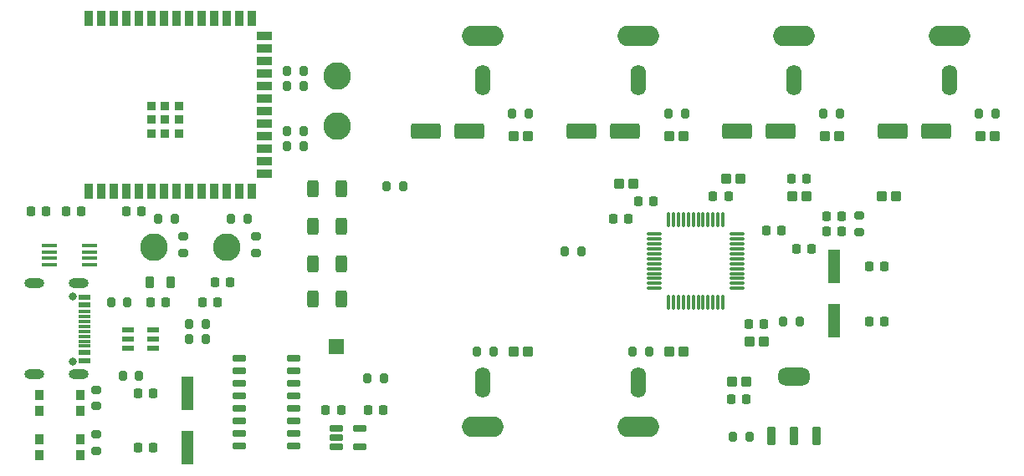
<source format=gts>
G04 #@! TF.GenerationSoftware,KiCad,Pcbnew,7.0.2*
G04 #@! TF.CreationDate,2023-07-04T15:02:42+02:00*
G04 #@! TF.ProjectId,espboard,65737062-6f61-4726-942e-6b696361645f,rev?*
G04 #@! TF.SameCoordinates,Original*
G04 #@! TF.FileFunction,Soldermask,Top*
G04 #@! TF.FilePolarity,Negative*
%FSLAX46Y46*%
G04 Gerber Fmt 4.6, Leading zero omitted, Abs format (unit mm)*
G04 Created by KiCad (PCBNEW 7.0.2) date 2023-07-04 15:02:42*
%MOMM*%
%LPD*%
G01*
G04 APERTURE LIST*
G04 Aperture macros list*
%AMRoundRect*
0 Rectangle with rounded corners*
0 $1 Rounding radius*
0 $2 $3 $4 $5 $6 $7 $8 $9 X,Y pos of 4 corners*
0 Add a 4 corners polygon primitive as box body*
4,1,4,$2,$3,$4,$5,$6,$7,$8,$9,$2,$3,0*
0 Add four circle primitives for the rounded corners*
1,1,$1+$1,$2,$3*
1,1,$1+$1,$4,$5*
1,1,$1+$1,$6,$7*
1,1,$1+$1,$8,$9*
0 Add four rect primitives between the rounded corners*
20,1,$1+$1,$2,$3,$4,$5,0*
20,1,$1+$1,$4,$5,$6,$7,0*
20,1,$1+$1,$6,$7,$8,$9,0*
20,1,$1+$1,$8,$9,$2,$3,0*%
G04 Aperture macros list end*
%ADD10RoundRect,0.200000X0.200000X0.275000X-0.200000X0.275000X-0.200000X-0.275000X0.200000X-0.275000X0*%
%ADD11O,4.200000X2.100000*%
%ADD12O,1.550000X3.100000*%
%ADD13RoundRect,0.250000X0.287500X0.275000X-0.287500X0.275000X-0.287500X-0.275000X0.287500X-0.275000X0*%
%ADD14RoundRect,0.250000X-1.250000X-0.550000X1.250000X-0.550000X1.250000X0.550000X-1.250000X0.550000X0*%
%ADD15C,2.800000*%
%ADD16RoundRect,0.225000X-0.225000X-0.250000X0.225000X-0.250000X0.225000X0.250000X-0.225000X0.250000X0*%
%ADD17RoundRect,0.200000X-0.275000X0.200000X-0.275000X-0.200000X0.275000X-0.200000X0.275000X0.200000X0*%
%ADD18R,1.524000X0.457200*%
%ADD19R,0.900000X1.000000*%
%ADD20RoundRect,0.225000X0.225000X0.250000X-0.225000X0.250000X-0.225000X-0.250000X0.225000X-0.250000X0*%
%ADD21RoundRect,0.200000X0.275000X-0.200000X0.275000X0.200000X-0.275000X0.200000X-0.275000X-0.200000X0*%
%ADD22R,1.200000X3.500000*%
%ADD23RoundRect,0.250000X-0.287500X-0.275000X0.287500X-0.275000X0.287500X0.275000X-0.287500X0.275000X0*%
%ADD24RoundRect,0.200000X-0.200000X-0.275000X0.200000X-0.275000X0.200000X0.275000X-0.200000X0.275000X0*%
%ADD25RoundRect,0.250000X-0.312500X-0.625000X0.312500X-0.625000X0.312500X0.625000X-0.312500X0.625000X0*%
%ADD26RoundRect,0.040600X-0.564400X-0.249400X0.564400X-0.249400X0.564400X0.249400X-0.564400X0.249400X0*%
%ADD27C,0.800000*%
%ADD28R,1.250000X0.600000*%
%ADD29R,1.250000X0.300000*%
%ADD30O,2.000000X1.000000*%
%ADD31O,1.560000X0.280000*%
%ADD32O,0.280000X1.560000*%
%ADD33RoundRect,0.097900X0.347100X-0.807100X0.347100X0.807100X-0.347100X0.807100X-0.347100X-0.807100X0*%
%ADD34RoundRect,0.724000X0.871000X-0.181000X0.871000X0.181000X-0.871000X0.181000X-0.871000X-0.181000X0*%
%ADD35RoundRect,0.218750X-0.218750X-0.381250X0.218750X-0.381250X0.218750X0.381250X-0.218750X0.381250X0*%
%ADD36RoundRect,0.060000X-0.615000X0.240000X-0.615000X-0.240000X0.615000X-0.240000X0.615000X0.240000X0*%
%ADD37R,0.900000X1.500000*%
%ADD38R,1.500000X0.900000*%
%ADD39R,0.900000X0.900000*%
%ADD40RoundRect,0.049600X-0.605400X-0.260400X0.605400X-0.260400X0.605400X0.260400X-0.605400X0.260400X0*%
%ADD41R,1.500000X1.500000*%
G04 APERTURE END LIST*
D10*
G04 #@! TO.C,R11*
X123253000Y-72136000D03*
X121603000Y-72136000D03*
G04 #@! TD*
D11*
G04 #@! TO.C,J3*
X134366000Y-103886000D03*
D12*
X134366000Y-99386000D03*
G04 #@! TD*
D13*
G04 #@! TO.C,C24*
X123140500Y-74422000D03*
X121715500Y-74422000D03*
G04 #@! TD*
D11*
G04 #@! TO.C,J2*
X118618000Y-103886000D03*
D12*
X118618000Y-99386000D03*
G04 #@! TD*
D14*
G04 #@! TO.C,C23*
X128610000Y-73914000D03*
X133010000Y-73914000D03*
G04 #@! TD*
D15*
G04 #@! TO.C,TP4*
X85320000Y-85740000D03*
G04 #@! TD*
D16*
G04 #@! TO.C,C9*
X106975000Y-102250000D03*
X108525000Y-102250000D03*
G04 #@! TD*
D17*
G04 #@! TO.C,R26*
X88265000Y-84615000D03*
X88265000Y-86265000D03*
G04 #@! TD*
D10*
G04 #@! TO.C,R14*
X154749000Y-72136000D03*
X153099000Y-72136000D03*
G04 #@! TD*
D18*
G04 #@! TO.C,U6*
X74718000Y-85534800D03*
X74718000Y-86169800D03*
X74718000Y-86830200D03*
X74718000Y-87465200D03*
X78782000Y-87465200D03*
X78782000Y-86830200D03*
X78782000Y-86169800D03*
X78782000Y-85534800D03*
G04 #@! TD*
D19*
G04 #@! TO.C,S1*
X73750000Y-102300000D03*
X77850000Y-102300000D03*
X73750000Y-100700000D03*
X77850000Y-100700000D03*
G04 #@! TD*
D20*
G04 #@! TO.C,C7*
X133363000Y-82804000D03*
X131813000Y-82804000D03*
G04 #@! TD*
D16*
G04 #@! TO.C,C36*
X82537000Y-82042000D03*
X84087000Y-82042000D03*
G04 #@! TD*
D21*
G04 #@! TO.C,R29*
X79500000Y-101825000D03*
X79500000Y-100175000D03*
G04 #@! TD*
D22*
G04 #@! TO.C,Y2*
X88750000Y-106000000D03*
X88750000Y-100500000D03*
G04 #@! TD*
D23*
G04 #@! TO.C,C14*
X159004000Y-80518000D03*
X160429000Y-80518000D03*
G04 #@! TD*
D20*
G04 #@! TO.C,C38*
X77991000Y-82042000D03*
X76441000Y-82042000D03*
G04 #@! TD*
D23*
G04 #@! TO.C,C5*
X145591500Y-95250000D03*
X147016500Y-95250000D03*
G04 #@! TD*
D24*
G04 #@! TO.C,R21*
X98806000Y-67818000D03*
X100456000Y-67818000D03*
G04 #@! TD*
D10*
G04 #@! TO.C,R10*
X150685000Y-93218000D03*
X149035000Y-93218000D03*
G04 #@! TD*
D25*
G04 #@! TO.C,R18*
X101407500Y-90932000D03*
X104332500Y-90932000D03*
G04 #@! TD*
D21*
G04 #@! TO.C,R30*
X79500000Y-106325000D03*
X79500000Y-104675000D03*
G04 #@! TD*
D26*
G04 #@! TO.C,U3*
X82745000Y-94050000D03*
X82745000Y-95000000D03*
X82745000Y-95950000D03*
X85255000Y-95950000D03*
X85255000Y-95000000D03*
X85255000Y-94050000D03*
G04 #@! TD*
D16*
G04 #@! TO.C,C10*
X150355000Y-85852000D03*
X151905000Y-85852000D03*
G04 #@! TD*
D20*
G04 #@! TO.C,C26*
X154953000Y-82550000D03*
X153403000Y-82550000D03*
G04 #@! TD*
D27*
G04 #@! TO.C,J1*
X77160000Y-90680000D03*
X77160000Y-97280000D03*
D28*
X78295000Y-90780000D03*
X78295000Y-91580000D03*
D29*
X78295000Y-92730000D03*
X78295000Y-93730000D03*
X78295000Y-94230000D03*
X78295000Y-95230000D03*
D28*
X78295000Y-97180000D03*
X78295000Y-96380000D03*
D29*
X78295000Y-95730000D03*
X78295000Y-94730000D03*
X78295000Y-93230000D03*
X78295000Y-92230000D03*
D30*
X73220000Y-89370000D03*
X73220000Y-98590000D03*
X77720000Y-89370000D03*
X77720000Y-98590000D03*
G04 #@! TD*
D24*
G04 #@! TO.C,R23*
X93155000Y-82804000D03*
X94805000Y-82804000D03*
G04 #@! TD*
G04 #@! TO.C,R9*
X88925000Y-95000000D03*
X90575000Y-95000000D03*
G04 #@! TD*
D31*
G04 #@! TO.C,U2*
X135982500Y-84372000D03*
X135982500Y-84872000D03*
X135982500Y-85372000D03*
X135982500Y-85872000D03*
X135982500Y-86372000D03*
X135982500Y-86872000D03*
X135982500Y-87372000D03*
X135982500Y-87872000D03*
X135982500Y-88372000D03*
X135982500Y-88872000D03*
X135982500Y-89372000D03*
X135982500Y-89872000D03*
D32*
X137412500Y-91302000D03*
X137912500Y-91302000D03*
X138412500Y-91302000D03*
X138912500Y-91302000D03*
X139412500Y-91302000D03*
X139912500Y-91302000D03*
X140412500Y-91302000D03*
X140912500Y-91302000D03*
X141412500Y-91302000D03*
X141912500Y-91302000D03*
X142412500Y-91302000D03*
X142912500Y-91302000D03*
D31*
X144342500Y-89872000D03*
X144342500Y-89372000D03*
X144342500Y-88872000D03*
X144342500Y-88372000D03*
X144342500Y-87872000D03*
X144342500Y-87372000D03*
X144342500Y-86872000D03*
X144342500Y-86372000D03*
X144342500Y-85872000D03*
X144342500Y-85372000D03*
X144342500Y-84872000D03*
X144342500Y-84372000D03*
D32*
X142912500Y-82942000D03*
X142412500Y-82942000D03*
X141912500Y-82942000D03*
X141412500Y-82942000D03*
X140912500Y-82942000D03*
X140412500Y-82942000D03*
X139912500Y-82942000D03*
X139412500Y-82942000D03*
X138912500Y-82942000D03*
X138412500Y-82942000D03*
X137912500Y-82942000D03*
X137412500Y-82942000D03*
G04 #@! TD*
D24*
G04 #@! TO.C,R3*
X82175000Y-98750000D03*
X83825000Y-98750000D03*
G04 #@! TD*
G04 #@! TO.C,R6*
X133795000Y-96266000D03*
X135445000Y-96266000D03*
G04 #@! TD*
D23*
G04 #@! TO.C,C16*
X121715500Y-96266000D03*
X123140500Y-96266000D03*
G04 #@! TD*
D16*
G04 #@! TO.C,C11*
X149847000Y-78740000D03*
X151397000Y-78740000D03*
G04 #@! TD*
D33*
G04 #@! TO.C,Q1*
X147814000Y-104864000D03*
X150114000Y-104864000D03*
X152414000Y-104864000D03*
D34*
X150114000Y-98844000D03*
G04 #@! TD*
D10*
G04 #@! TO.C,R7*
X128587000Y-86106000D03*
X126937000Y-86106000D03*
G04 #@! TD*
D24*
G04 #@! TO.C,R25*
X98806000Y-73914000D03*
X100456000Y-73914000D03*
G04 #@! TD*
G04 #@! TO.C,R4*
X106925000Y-99000000D03*
X108575000Y-99000000D03*
G04 #@! TD*
D22*
G04 #@! TO.C,Y1*
X154178000Y-93174000D03*
X154178000Y-87674000D03*
G04 #@! TD*
D35*
G04 #@! TO.C,FB1*
X84937500Y-89250000D03*
X87062500Y-89250000D03*
G04 #@! TD*
D10*
G04 #@! TO.C,R15*
X170497000Y-72136000D03*
X168847000Y-72136000D03*
G04 #@! TD*
D13*
G04 #@! TO.C,C34*
X154636500Y-74422000D03*
X153211500Y-74422000D03*
G04 #@! TD*
D20*
G04 #@! TO.C,C37*
X74435000Y-82042000D03*
X72885000Y-82042000D03*
G04 #@! TD*
D24*
G04 #@! TO.C,R1*
X81000000Y-91250000D03*
X82650000Y-91250000D03*
G04 #@! TD*
D16*
G04 #@! TO.C,C1*
X102725000Y-102250000D03*
X104275000Y-102250000D03*
G04 #@! TD*
D36*
G04 #@! TO.C,U1*
X103815000Y-104050000D03*
X103815000Y-105000000D03*
X103815000Y-105950000D03*
X106185000Y-105950000D03*
X106185000Y-104050000D03*
G04 #@! TD*
D24*
G04 #@! TO.C,R8*
X88925000Y-93500000D03*
X90575000Y-93500000D03*
G04 #@! TD*
D37*
G04 #@! TO.C,U5*
X78720000Y-80018000D03*
X79990000Y-80018000D03*
X81260000Y-80018000D03*
X82530000Y-80018000D03*
X83800000Y-80018000D03*
X85070000Y-80018000D03*
X86340000Y-80018000D03*
X87610000Y-80018000D03*
X88880000Y-80018000D03*
X90150000Y-80018000D03*
X91420000Y-80018000D03*
X92690000Y-80018000D03*
X93960000Y-80018000D03*
X95230000Y-80018000D03*
D38*
X96480000Y-78253000D03*
X96480000Y-76983000D03*
X96480000Y-75713000D03*
X96480000Y-74443000D03*
X96480000Y-73173000D03*
X96480000Y-71903000D03*
X96480000Y-70633000D03*
X96480000Y-69363000D03*
X96480000Y-68093000D03*
X96480000Y-66823000D03*
X96480000Y-65553000D03*
X96480000Y-64283000D03*
D37*
X95230000Y-62518000D03*
X93960000Y-62518000D03*
X92690000Y-62518000D03*
X91420000Y-62518000D03*
X90150000Y-62518000D03*
X88880000Y-62518000D03*
X87610000Y-62518000D03*
X86340000Y-62518000D03*
X85070000Y-62518000D03*
X83800000Y-62518000D03*
X82530000Y-62518000D03*
X81260000Y-62518000D03*
X79990000Y-62518000D03*
X78720000Y-62518000D03*
D39*
X86440000Y-72768000D03*
X86440000Y-74168000D03*
X86440000Y-71368000D03*
X87840000Y-74168000D03*
X87840000Y-72768000D03*
X87840000Y-71368000D03*
X85040000Y-74168000D03*
X85040000Y-72768000D03*
X85040000Y-71368000D03*
G04 #@! TD*
D25*
G04 #@! TO.C,R19*
X101407500Y-87376000D03*
X104332500Y-87376000D03*
G04 #@! TD*
D11*
G04 #@! TO.C,J7*
X165862000Y-64262000D03*
D12*
X165862000Y-68762000D03*
G04 #@! TD*
D20*
G04 #@! TO.C,C4*
X147079000Y-93472000D03*
X145529000Y-93472000D03*
G04 #@! TD*
D13*
G04 #@! TO.C,C35*
X170384500Y-74422000D03*
X168959500Y-74422000D03*
G04 #@! TD*
D23*
G04 #@! TO.C,C13*
X149909500Y-80518000D03*
X151334500Y-80518000D03*
G04 #@! TD*
D24*
G04 #@! TO.C,R2*
X143955000Y-104902000D03*
X145605000Y-104902000D03*
G04 #@! TD*
D14*
G04 #@! TO.C,C32*
X144358000Y-73914000D03*
X148758000Y-73914000D03*
G04 #@! TD*
D23*
G04 #@! TO.C,C21*
X143256000Y-78740000D03*
X144681000Y-78740000D03*
G04 #@! TD*
D16*
G04 #@! TO.C,C12*
X90225000Y-91250000D03*
X91775000Y-91250000D03*
G04 #@! TD*
D23*
G04 #@! TO.C,C17*
X137463500Y-96266000D03*
X138888500Y-96266000D03*
G04 #@! TD*
D16*
G04 #@! TO.C,C30*
X83725000Y-106000000D03*
X85275000Y-106000000D03*
G04 #@! TD*
D24*
G04 #@! TO.C,R20*
X98806000Y-69342000D03*
X100456000Y-69342000D03*
G04 #@! TD*
G04 #@! TO.C,R5*
X118047000Y-96266000D03*
X119697000Y-96266000D03*
G04 #@! TD*
D13*
G04 #@! TO.C,C20*
X133808500Y-79248000D03*
X132383500Y-79248000D03*
G04 #@! TD*
D14*
G04 #@! TO.C,C33*
X160106000Y-73914000D03*
X164506000Y-73914000D03*
G04 #@! TD*
D24*
G04 #@! TO.C,R22*
X85789000Y-82804000D03*
X87439000Y-82804000D03*
G04 #@! TD*
D15*
G04 #@! TO.C,TP2*
X103886000Y-73406000D03*
G04 #@! TD*
D17*
G04 #@! TO.C,R13*
X156718000Y-82487000D03*
X156718000Y-84137000D03*
G04 #@! TD*
D40*
G04 #@! TO.C,U4*
X94000000Y-96980000D03*
X94000000Y-98250000D03*
X94000000Y-99520000D03*
X94000000Y-100790000D03*
X94000000Y-102060000D03*
X94000000Y-103330000D03*
X94000000Y-104600000D03*
X94000000Y-105870000D03*
X99500000Y-105870000D03*
X99500000Y-104600000D03*
X99500000Y-103330000D03*
X99500000Y-102060000D03*
X99500000Y-100790000D03*
X99500000Y-99520000D03*
X99500000Y-98250000D03*
X99500000Y-96980000D03*
G04 #@! TD*
D15*
G04 #@! TO.C,TP3*
X103886000Y-68326000D03*
G04 #@! TD*
D16*
G04 #@! TO.C,C19*
X141923500Y-80518000D03*
X143473500Y-80518000D03*
G04 #@! TD*
D20*
G04 #@! TO.C,C18*
X135903000Y-81026000D03*
X134353000Y-81026000D03*
G04 #@! TD*
D25*
G04 #@! TO.C,R17*
X101407500Y-83554000D03*
X104332500Y-83554000D03*
G04 #@! TD*
D16*
G04 #@! TO.C,C3*
X143751000Y-101092000D03*
X145301000Y-101092000D03*
G04 #@! TD*
D11*
G04 #@! TO.C,J6*
X150114000Y-64262000D03*
D12*
X150114000Y-68762000D03*
G04 #@! TD*
D20*
G04 #@! TO.C,C29*
X154953000Y-84074000D03*
X153403000Y-84074000D03*
G04 #@! TD*
D24*
G04 #@! TO.C,R28*
X108903000Y-79502000D03*
X110553000Y-79502000D03*
G04 #@! TD*
D19*
G04 #@! TO.C,S2*
X73750000Y-106800000D03*
X77850000Y-106800000D03*
X73750000Y-105200000D03*
X77850000Y-105200000D03*
G04 #@! TD*
D41*
G04 #@! TO.C,TP1*
X103750000Y-95750000D03*
G04 #@! TD*
D25*
G04 #@! TO.C,R16*
X101407500Y-79756000D03*
X104332500Y-79756000D03*
G04 #@! TD*
D11*
G04 #@! TO.C,J4*
X118618000Y-64262000D03*
D12*
X118618000Y-68762000D03*
G04 #@! TD*
D14*
G04 #@! TO.C,C22*
X112862000Y-73914000D03*
X117262000Y-73914000D03*
G04 #@! TD*
D13*
G04 #@! TO.C,C25*
X138888500Y-74422000D03*
X137463500Y-74422000D03*
G04 #@! TD*
D16*
G04 #@! TO.C,C31*
X83725000Y-100500000D03*
X85275000Y-100500000D03*
G04 #@! TD*
D11*
G04 #@! TO.C,J5*
X134366000Y-64262000D03*
D12*
X134366000Y-68762000D03*
G04 #@! TD*
D17*
G04 #@! TO.C,R27*
X95655000Y-84615000D03*
X95655000Y-86265000D03*
G04 #@! TD*
D20*
G04 #@! TO.C,C27*
X159271000Y-93218000D03*
X157721000Y-93218000D03*
G04 #@! TD*
D16*
G04 #@! TO.C,C6*
X147307000Y-83997800D03*
X148857000Y-83997800D03*
G04 #@! TD*
D15*
G04 #@! TO.C,TP5*
X92710000Y-85740000D03*
G04 #@! TD*
D16*
G04 #@! TO.C,C8*
X84975000Y-91250000D03*
X86525000Y-91250000D03*
G04 #@! TD*
D20*
G04 #@! TO.C,C28*
X159271000Y-87630000D03*
X157721000Y-87630000D03*
G04 #@! TD*
D24*
G04 #@! TO.C,R24*
X98806000Y-75438000D03*
X100456000Y-75438000D03*
G04 #@! TD*
D10*
G04 #@! TO.C,R12*
X139064000Y-72136000D03*
X137414000Y-72136000D03*
G04 #@! TD*
D16*
G04 #@! TO.C,C15*
X91475000Y-89250000D03*
X93025000Y-89250000D03*
G04 #@! TD*
D13*
G04 #@! TO.C,C2*
X145238500Y-99314000D03*
X143813500Y-99314000D03*
G04 #@! TD*
M02*

</source>
